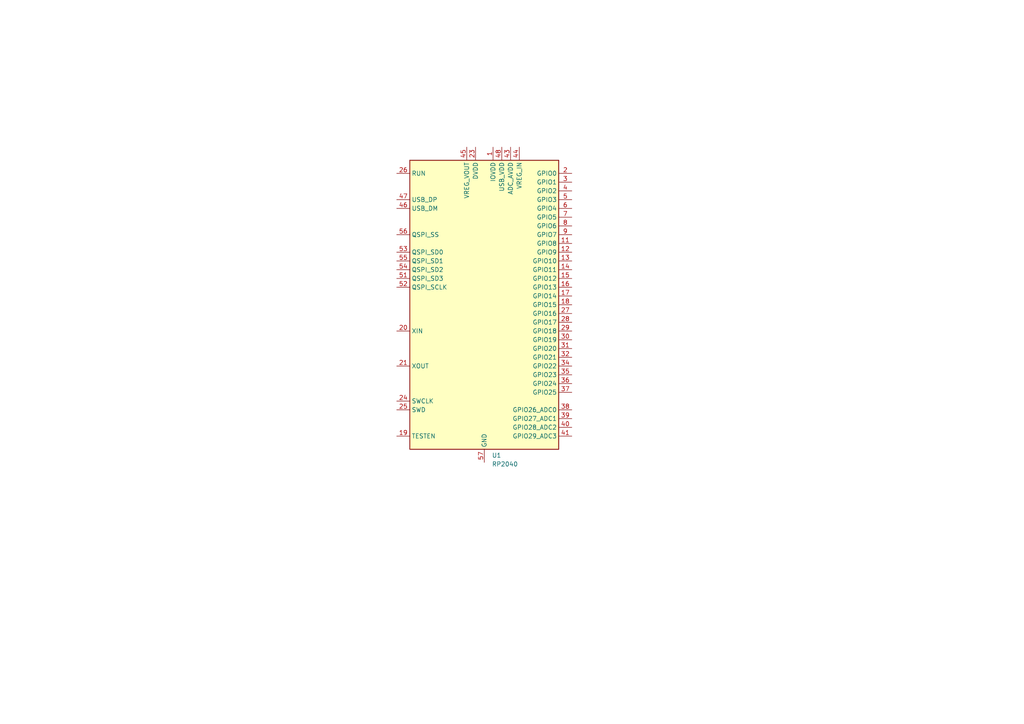
<source format=kicad_sch>
(kicad_sch (version 20230121) (generator eeschema)
  (paper "A4")
  (lib_symbols
    (symbol "MCU_RaspberryPi:RP2040"
      (property "Reference" "U" (at 17.78 45.72 0))
      (property "Value" "RP2040" (at 17.78 43.18 0))
      (symbol "RP2040_0_1"
        (rectangle (start -21.59 41.91) (end 21.59 -41.91) (stroke (width 0.254)) (fill (type background)))
      )
      (symbol "RP2040_1_1"
        (pin power_in line (at 2.54 45.72 270) (length 3.81) (name "IOVDD") (number "1"))
        (pin passive line (at 2.54 45.72 270) (length 3.81) hide (name "IOVDD") (number "10"))
        (pin bidirectional line (at 25.4 17.78 180) (length 3.81) (name "GPIO8") (number "11"))
        (pin bidirectional line (at 25.4 15.24 180) (length 3.81) (name "GPIO9") (number "12"))
        (pin bidirectional line (at 25.4 12.7 180) (length 3.81) (name "GPIO10") (number "13"))
        (pin bidirectional line (at 25.4 10.16 180) (length 3.81) (name "GPIO11") (number "14"))
        (pin bidirectional line (at 25.4 7.62 180) (length 3.81) (name "GPIO12") (number "15"))
        (pin bidirectional line (at 25.4 5.08 180) (length 3.81) (name "GPIO13") (number "16"))
        (pin bidirectional line (at 25.4 2.54 180) (length 3.81) (name "GPIO14") (number "17"))
        (pin bidirectional line (at 25.4 0 180) (length 3.81) (name "GPIO15") (number "18"))
        (pin input line (at -25.4 -38.1 0) (length 3.81) (name "TESTEN") (number "19"))
        (pin bidirectional line (at 25.4 38.1 180) (length 3.81) (name "GPIO0") (number "2"))
        (pin input line (at -25.4 -7.62 0) (length 3.81) (name "XIN") (number "20"))
        (pin passive line (at -25.4 -17.78 0) (length 3.81) (name "XOUT") (number "21"))
        (pin passive line (at 2.54 45.72 270) (length 3.81) hide (name "IOVDD") (number "22"))
        (pin power_in line (at -2.54 45.72 270) (length 3.81) (name "DVDD") (number "23"))
        (pin input line (at -25.4 -27.94 0) (length 3.81) (name "SWCLK") (number "24"))
        (pin bidirectional line (at -25.4 -30.48 0) (length 3.81) (name "SWD") (number "25"))
        (pin input line (at -25.4 38.1 0) (length 3.81) (name "RUN") (number "26"))
        (pin bidirectional line (at 25.4 -2.54 180) (length 3.81) (name "GPIO16") (number "27"))
        (pin bidirectional line (at 25.4 -5.08 180) (length 3.81) (name "GPIO17") (number "28"))
        (pin bidirectional line (at 25.4 -7.62 180) (length 3.81) (name "GPIO18") (number "29"))
        (pin bidirectional line (at 25.4 35.56 180) (length 3.81) (name "GPIO1") (number "3"))
        (pin bidirectional line (at 25.4 -10.16 180) (length 3.81) (name "GPIO19") (number "30"))
        (pin bidirectional line (at 25.4 -12.7 180) (length 3.81) (name "GPIO20") (number "31"))
        (pin bidirectional line (at 25.4 -15.24 180) (length 3.81) (name "GPIO21") (number "32"))
        (pin passive line (at 2.54 45.72 270) (length 3.81) hide (name "IOVDD") (number "33"))
        (pin bidirectional line (at 25.4 -17.78 180) (length 3.81) (name "GPIO22") (number "34"))
        (pin bidirectional line (at 25.4 -20.32 180) (length 3.81) (name "GPIO23") (number "35"))
        (pin bidirectional line (at 25.4 -22.86 180) (length 3.81) (name "GPIO24") (number "36"))
        (pin bidirectional line (at 25.4 -25.4 180) (length 3.81) (name "GPIO25") (number "37"))
        (pin bidirectional line (at 25.4 -30.48 180) (length 3.81) (name "GPIO26_ADC0") (number "38"))
        (pin bidirectional line (at 25.4 -33.02 180) (length 3.81) (name "GPIO27_ADC1") (number "39"))
        (pin bidirectional line (at 25.4 33.02 180) (length 3.81) (name "GPIO2") (number "4"))
        (pin bidirectional line (at 25.4 -35.56 180) (length 3.81) (name "GPIO28_ADC2") (number "40"))
        (pin bidirectional line (at 25.4 -38.1 180) (length 3.81) (name "GPIO29_ADC3") (number "41"))
        (pin passive line (at 2.54 45.72 270) (length 3.81) hide (name "IOVDD") (number "42"))
        (pin power_in line (at 7.62 45.72 270) (length 3.81) (name "ADC_AVDD") (number "43"))
        (pin power_in line (at 10.16 45.72 270) (length 3.81) (name "VREG_IN") (number "44"))
        (pin power_out line (at -5.08 45.72 270) (length 3.81) (name "VREG_VOUT") (number "45"))
        (pin bidirectional line (at -25.4 27.94 0) (length 3.81) (name "USB_DM") (number "46"))
        (pin bidirectional line (at -25.4 30.48 0) (length 3.81) (name "USB_DP") (number "47"))
        (pin power_in line (at 5.08 45.72 270) (length 3.81) (name "USB_VDD") (number "48"))
        (pin passive line (at 2.54 45.72 270) (length 3.81) hide (name "IOVDD") (number "49"))
        (pin bidirectional line (at 25.4 30.48 180) (length 3.81) (name "GPIO3") (number "5"))
        (pin passive line (at -2.54 45.72 270) (length 3.81) hide (name "DVDD") (number "50"))
        (pin bidirectional line (at -25.4 7.62 0) (length 3.81) (name "QSPI_SD3") (number "51"))
        (pin output line (at -25.4 5.08 0) (length 3.81) (name "QSPI_SCLK") (number "52"))
        (pin bidirectional line (at -25.4 15.24 0) (length 3.81) (name "QSPI_SD0") (number "53"))
        (pin bidirectional line (at -25.4 10.16 0) (length 3.81) (name "QSPI_SD2") (number "54"))
        (pin bidirectional line (at -25.4 12.7 0) (length 3.81) (name "QSPI_SD1") (number "55"))
        (pin bidirectional line (at -25.4 20.32 0) (length 3.81) (name "QSPI_SS") (number "56"))
        (pin power_in line (at 0 -45.72 90) (length 3.81) (name "GND") (number "57"))
        (pin bidirectional line (at 25.4 27.94 180) (length 3.81) (name "GPIO4") (number "6"))
        (pin bidirectional line (at 25.4 25.4 180) (length 3.81) (name "GPIO5") (number "7"))
        (pin bidirectional line (at 25.4 22.86 180) (length 3.81) (name "GPIO6") (number "8"))
        (pin bidirectional line (at 25.4 20.32 180) (length 3.81) (name "GPIO7") (number "9"))
      )
    )
  )
  (symbol (lib_id "MCU_RaspberryPi:RP2040") (at 140.462 88.392 0) (unit 1)
    (property "Reference" "U1" (at 142.6561 132.08 0) (effects (justify left)))
    (property "Value" "RP2040" (at 142.6561 134.62 0) (effects (justify left)))
    (property "Footprint" "Package_DFN_QFN:QFN-56-1EP_7x7mm_P0.4mm_EP3.2x3.2mm" (effects hide))
    (property "Datasheet" "https://datasheets.raspberrypi.com/rp2040/rp2040-datasheet.pdf" (effects hide))
  )
)
</source>
